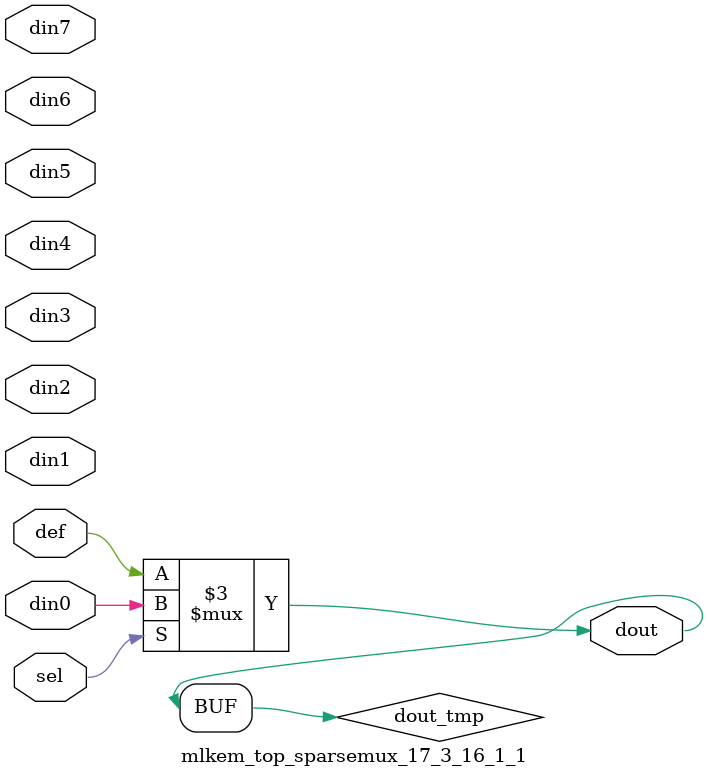
<source format=v>
`timescale 1ns / 1ps

module mlkem_top_sparsemux_17_3_16_1_1 (din0,din1,din2,din3,din4,din5,din6,din7,def,sel,dout);

parameter din0_WIDTH = 1;

parameter din1_WIDTH = 1;

parameter din2_WIDTH = 1;

parameter din3_WIDTH = 1;

parameter din4_WIDTH = 1;

parameter din5_WIDTH = 1;

parameter din6_WIDTH = 1;

parameter din7_WIDTH = 1;

parameter def_WIDTH = 1;
parameter sel_WIDTH = 1;
parameter dout_WIDTH = 1;

parameter [sel_WIDTH-1:0] CASE0 = 1;

parameter [sel_WIDTH-1:0] CASE1 = 1;

parameter [sel_WIDTH-1:0] CASE2 = 1;

parameter [sel_WIDTH-1:0] CASE3 = 1;

parameter [sel_WIDTH-1:0] CASE4 = 1;

parameter [sel_WIDTH-1:0] CASE5 = 1;

parameter [sel_WIDTH-1:0] CASE6 = 1;

parameter [sel_WIDTH-1:0] CASE7 = 1;

parameter ID = 1;
parameter NUM_STAGE = 1;



input [din0_WIDTH-1:0] din0;

input [din1_WIDTH-1:0] din1;

input [din2_WIDTH-1:0] din2;

input [din3_WIDTH-1:0] din3;

input [din4_WIDTH-1:0] din4;

input [din5_WIDTH-1:0] din5;

input [din6_WIDTH-1:0] din6;

input [din7_WIDTH-1:0] din7;

input [def_WIDTH-1:0] def;
input [sel_WIDTH-1:0] sel;

output [dout_WIDTH-1:0] dout;



reg [dout_WIDTH-1:0] dout_tmp;


always @ (*) begin
(* parallel_case *) case (sel)
    
    CASE0 : dout_tmp = din0;
    
    CASE1 : dout_tmp = din1;
    
    CASE2 : dout_tmp = din2;
    
    CASE3 : dout_tmp = din3;
    
    CASE4 : dout_tmp = din4;
    
    CASE5 : dout_tmp = din5;
    
    CASE6 : dout_tmp = din6;
    
    CASE7 : dout_tmp = din7;
    
    default : dout_tmp = def;
endcase
end


assign dout = dout_tmp;



endmodule

</source>
